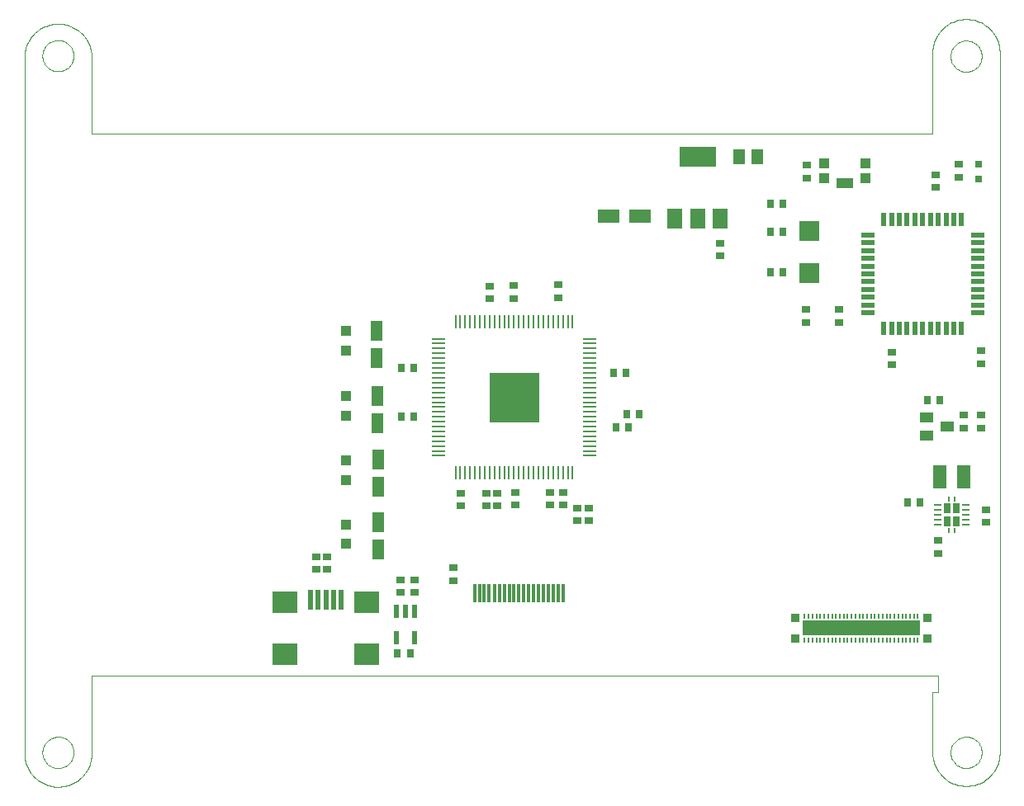
<source format=gtp>
G75*
G70*
%OFA0B0*%
%FSLAX24Y24*%
%IPPOS*%
%LPD*%
%AMOC8*
5,1,8,0,0,1.08239X$1,22.5*
%
%ADD10C,0.0000*%
%ADD11R,0.0098X0.0226*%
%ADD12R,0.0256X0.0404*%
%ADD13R,0.0270X0.0091*%
%ADD14C,0.0091*%
%ADD15R,0.0551X0.0945*%
%ADD16R,0.0276X0.0354*%
%ADD17R,0.0354X0.0276*%
%ADD18R,0.0551X0.0394*%
%ADD19R,0.0580X0.0110*%
%ADD20R,0.0110X0.0580*%
%ADD21R,0.2050X0.2050*%
%ADD22R,0.0394X0.0394*%
%ADD23R,0.0472X0.0787*%
%ADD24R,0.0091X0.0197*%
%ADD25R,0.0354X0.0362*%
%ADD26R,0.4724X0.0630*%
%ADD27R,0.0591X0.0787*%
%ADD28R,0.1496X0.0787*%
%ADD29R,0.0512X0.0591*%
%ADD30R,0.0118X0.0748*%
%ADD31R,0.0200X0.0580*%
%ADD32R,0.0580X0.0200*%
%ADD33R,0.0800X0.0800*%
%ADD34R,0.0315X0.0315*%
%ADD35R,0.0984X0.0866*%
%ADD36R,0.0197X0.0787*%
%ADD37R,0.0669X0.0394*%
%ADD38R,0.0866X0.0551*%
%ADD39R,0.0220X0.0520*%
D10*
X000504Y001489D02*
X000504Y029619D01*
X001232Y029639D02*
X001234Y029689D01*
X001240Y029739D01*
X001250Y029788D01*
X001264Y029836D01*
X001281Y029883D01*
X001302Y029928D01*
X001327Y029972D01*
X001355Y030013D01*
X001387Y030052D01*
X001421Y030089D01*
X001458Y030123D01*
X001498Y030153D01*
X001540Y030180D01*
X001584Y030204D01*
X001630Y030225D01*
X001677Y030241D01*
X001725Y030254D01*
X001775Y030263D01*
X001824Y030268D01*
X001875Y030269D01*
X001925Y030266D01*
X001974Y030259D01*
X002023Y030248D01*
X002071Y030233D01*
X002117Y030215D01*
X002162Y030193D01*
X002205Y030167D01*
X002246Y030138D01*
X002285Y030106D01*
X002321Y030071D01*
X002353Y030033D01*
X002383Y029993D01*
X002410Y029950D01*
X002433Y029906D01*
X002452Y029860D01*
X002468Y029812D01*
X002480Y029763D01*
X002488Y029714D01*
X002492Y029664D01*
X002492Y029614D01*
X002488Y029564D01*
X002480Y029515D01*
X002468Y029466D01*
X002452Y029418D01*
X002433Y029372D01*
X002410Y029328D01*
X002383Y029285D01*
X002353Y029245D01*
X002321Y029207D01*
X002285Y029172D01*
X002246Y029140D01*
X002205Y029111D01*
X002162Y029085D01*
X002117Y029063D01*
X002071Y029045D01*
X002023Y029030D01*
X001974Y029019D01*
X001925Y029012D01*
X001875Y029009D01*
X001824Y029010D01*
X001775Y029015D01*
X001725Y029024D01*
X001677Y029037D01*
X001630Y029053D01*
X001584Y029074D01*
X001540Y029098D01*
X001498Y029125D01*
X001458Y029155D01*
X001421Y029189D01*
X001387Y029226D01*
X001355Y029265D01*
X001327Y029306D01*
X001302Y029350D01*
X001281Y029395D01*
X001264Y029442D01*
X001250Y029490D01*
X001240Y029539D01*
X001234Y029589D01*
X001232Y029639D01*
X000504Y029619D02*
X000508Y029691D01*
X000517Y029763D01*
X000529Y029835D01*
X000545Y029905D01*
X000565Y029975D01*
X000588Y030043D01*
X000615Y030110D01*
X000646Y030176D01*
X000680Y030240D01*
X000717Y030302D01*
X000757Y030362D01*
X000801Y030419D01*
X000848Y030475D01*
X000897Y030527D01*
X000950Y030577D01*
X001005Y030624D01*
X001062Y030669D01*
X001122Y030710D01*
X001183Y030747D01*
X001247Y030782D01*
X001312Y030813D01*
X001379Y030840D01*
X001448Y030864D01*
X001517Y030884D01*
X001587Y030901D01*
X001659Y030914D01*
X001731Y030923D01*
X001803Y030928D01*
X001875Y030929D01*
X001947Y030926D01*
X002019Y030920D01*
X002091Y030910D01*
X002162Y030895D01*
X002232Y030878D01*
X002301Y030856D01*
X002369Y030831D01*
X002435Y030802D01*
X002500Y030770D01*
X002563Y030734D01*
X002624Y030695D01*
X002683Y030653D01*
X002739Y030608D01*
X002793Y030560D01*
X002845Y030509D01*
X002893Y030455D01*
X002939Y030399D01*
X002982Y030340D01*
X003021Y030280D01*
X003057Y030217D01*
X003090Y030153D01*
X003119Y030086D01*
X003145Y030019D01*
X003167Y029950D01*
X003185Y029880D01*
X003200Y029809D01*
X003211Y029737D01*
X003218Y029665D01*
X003221Y029593D01*
X003220Y029521D01*
X003220Y026489D01*
X037157Y026489D01*
X037157Y029757D01*
X037158Y029757D02*
X037160Y029829D01*
X037166Y029901D01*
X037175Y029973D01*
X037189Y030044D01*
X037206Y030114D01*
X037227Y030184D01*
X037251Y030252D01*
X037279Y030318D01*
X037311Y030383D01*
X037346Y030446D01*
X037384Y030508D01*
X037426Y030567D01*
X037471Y030624D01*
X037518Y030678D01*
X037569Y030730D01*
X037622Y030779D01*
X037677Y030825D01*
X037735Y030868D01*
X037796Y030908D01*
X037858Y030945D01*
X037922Y030978D01*
X037988Y031008D01*
X038055Y031034D01*
X038124Y031057D01*
X038194Y031076D01*
X038264Y031091D01*
X038336Y031103D01*
X038408Y031111D01*
X038480Y031115D01*
X038552Y031115D01*
X038624Y031111D01*
X038696Y031103D01*
X038768Y031091D01*
X038838Y031076D01*
X038908Y031057D01*
X038977Y031034D01*
X039044Y031008D01*
X039110Y030978D01*
X039174Y030945D01*
X039236Y030908D01*
X039297Y030868D01*
X039355Y030825D01*
X039410Y030779D01*
X039463Y030730D01*
X039514Y030678D01*
X039561Y030624D01*
X039606Y030567D01*
X039648Y030508D01*
X039686Y030446D01*
X039721Y030383D01*
X039753Y030318D01*
X039781Y030252D01*
X039805Y030184D01*
X039826Y030114D01*
X039843Y030044D01*
X039857Y029973D01*
X039866Y029901D01*
X039872Y029829D01*
X039874Y029757D01*
X039874Y001489D01*
X039872Y001417D01*
X039866Y001345D01*
X039857Y001273D01*
X039843Y001202D01*
X039826Y001132D01*
X039805Y001062D01*
X039781Y000994D01*
X039753Y000928D01*
X039721Y000863D01*
X039686Y000800D01*
X039648Y000738D01*
X039606Y000679D01*
X039561Y000622D01*
X039514Y000568D01*
X039463Y000516D01*
X039410Y000467D01*
X039355Y000421D01*
X039297Y000378D01*
X039236Y000338D01*
X039174Y000301D01*
X039110Y000268D01*
X039044Y000238D01*
X038977Y000212D01*
X038908Y000189D01*
X038838Y000170D01*
X038768Y000155D01*
X038696Y000143D01*
X038624Y000135D01*
X038552Y000131D01*
X038480Y000131D01*
X038408Y000135D01*
X038336Y000143D01*
X038264Y000155D01*
X038194Y000170D01*
X038124Y000189D01*
X038055Y000212D01*
X037988Y000238D01*
X037922Y000268D01*
X037858Y000301D01*
X037796Y000338D01*
X037735Y000378D01*
X037677Y000421D01*
X037622Y000467D01*
X037569Y000516D01*
X037518Y000568D01*
X037471Y000622D01*
X037426Y000679D01*
X037384Y000738D01*
X037346Y000800D01*
X037311Y000863D01*
X037279Y000928D01*
X037251Y000994D01*
X037227Y001062D01*
X037206Y001132D01*
X037189Y001202D01*
X037175Y001273D01*
X037166Y001345D01*
X037160Y001417D01*
X037158Y001489D01*
X037157Y001489D02*
X037157Y003911D01*
X037394Y003911D01*
X037394Y004600D01*
X003220Y004600D01*
X003220Y001430D01*
X003221Y001430D02*
X003217Y001358D01*
X003210Y001286D01*
X003199Y001215D01*
X003184Y001144D01*
X003165Y001074D01*
X003143Y001005D01*
X003117Y000938D01*
X003087Y000872D01*
X003054Y000807D01*
X003018Y000745D01*
X002978Y000684D01*
X002935Y000626D01*
X002889Y000570D01*
X002840Y000517D01*
X002789Y000466D01*
X002734Y000418D01*
X002678Y000373D01*
X002619Y000331D01*
X002558Y000293D01*
X002495Y000257D01*
X002430Y000225D01*
X002363Y000197D01*
X002295Y000172D01*
X002226Y000151D01*
X002156Y000133D01*
X002085Y000119D01*
X002013Y000109D01*
X001941Y000103D01*
X001869Y000101D01*
X001796Y000103D01*
X001724Y000108D01*
X001652Y000117D01*
X001581Y000130D01*
X001511Y000147D01*
X001441Y000168D01*
X001373Y000192D01*
X001307Y000220D01*
X001241Y000251D01*
X001178Y000286D01*
X001116Y000324D01*
X001057Y000365D01*
X001000Y000410D01*
X000945Y000457D01*
X000893Y000507D01*
X000844Y000560D01*
X000797Y000616D01*
X000754Y000673D01*
X000713Y000734D01*
X000676Y000796D01*
X000643Y000860D01*
X000613Y000925D01*
X000586Y000993D01*
X000563Y001061D01*
X000543Y001131D01*
X000528Y001202D01*
X000516Y001273D01*
X000508Y001345D01*
X000504Y001417D01*
X000503Y001490D01*
X001232Y001489D02*
X001234Y001539D01*
X001240Y001589D01*
X001250Y001638D01*
X001264Y001686D01*
X001281Y001733D01*
X001302Y001778D01*
X001327Y001822D01*
X001355Y001863D01*
X001387Y001902D01*
X001421Y001939D01*
X001458Y001973D01*
X001498Y002003D01*
X001540Y002030D01*
X001584Y002054D01*
X001630Y002075D01*
X001677Y002091D01*
X001725Y002104D01*
X001775Y002113D01*
X001824Y002118D01*
X001875Y002119D01*
X001925Y002116D01*
X001974Y002109D01*
X002023Y002098D01*
X002071Y002083D01*
X002117Y002065D01*
X002162Y002043D01*
X002205Y002017D01*
X002246Y001988D01*
X002285Y001956D01*
X002321Y001921D01*
X002353Y001883D01*
X002383Y001843D01*
X002410Y001800D01*
X002433Y001756D01*
X002452Y001710D01*
X002468Y001662D01*
X002480Y001613D01*
X002488Y001564D01*
X002492Y001514D01*
X002492Y001464D01*
X002488Y001414D01*
X002480Y001365D01*
X002468Y001316D01*
X002452Y001268D01*
X002433Y001222D01*
X002410Y001178D01*
X002383Y001135D01*
X002353Y001095D01*
X002321Y001057D01*
X002285Y001022D01*
X002246Y000990D01*
X002205Y000961D01*
X002162Y000935D01*
X002117Y000913D01*
X002071Y000895D01*
X002023Y000880D01*
X001974Y000869D01*
X001925Y000862D01*
X001875Y000859D01*
X001824Y000860D01*
X001775Y000865D01*
X001725Y000874D01*
X001677Y000887D01*
X001630Y000903D01*
X001584Y000924D01*
X001540Y000948D01*
X001498Y000975D01*
X001458Y001005D01*
X001421Y001039D01*
X001387Y001076D01*
X001355Y001115D01*
X001327Y001156D01*
X001302Y001200D01*
X001281Y001245D01*
X001264Y001292D01*
X001250Y001340D01*
X001240Y001389D01*
X001234Y001439D01*
X001232Y001489D01*
X037886Y001489D02*
X037888Y001539D01*
X037894Y001589D01*
X037904Y001638D01*
X037918Y001686D01*
X037935Y001733D01*
X037956Y001778D01*
X037981Y001822D01*
X038009Y001863D01*
X038041Y001902D01*
X038075Y001939D01*
X038112Y001973D01*
X038152Y002003D01*
X038194Y002030D01*
X038238Y002054D01*
X038284Y002075D01*
X038331Y002091D01*
X038379Y002104D01*
X038429Y002113D01*
X038478Y002118D01*
X038529Y002119D01*
X038579Y002116D01*
X038628Y002109D01*
X038677Y002098D01*
X038725Y002083D01*
X038771Y002065D01*
X038816Y002043D01*
X038859Y002017D01*
X038900Y001988D01*
X038939Y001956D01*
X038975Y001921D01*
X039007Y001883D01*
X039037Y001843D01*
X039064Y001800D01*
X039087Y001756D01*
X039106Y001710D01*
X039122Y001662D01*
X039134Y001613D01*
X039142Y001564D01*
X039146Y001514D01*
X039146Y001464D01*
X039142Y001414D01*
X039134Y001365D01*
X039122Y001316D01*
X039106Y001268D01*
X039087Y001222D01*
X039064Y001178D01*
X039037Y001135D01*
X039007Y001095D01*
X038975Y001057D01*
X038939Y001022D01*
X038900Y000990D01*
X038859Y000961D01*
X038816Y000935D01*
X038771Y000913D01*
X038725Y000895D01*
X038677Y000880D01*
X038628Y000869D01*
X038579Y000862D01*
X038529Y000859D01*
X038478Y000860D01*
X038429Y000865D01*
X038379Y000874D01*
X038331Y000887D01*
X038284Y000903D01*
X038238Y000924D01*
X038194Y000948D01*
X038152Y000975D01*
X038112Y001005D01*
X038075Y001039D01*
X038041Y001076D01*
X038009Y001115D01*
X037981Y001156D01*
X037956Y001200D01*
X037935Y001245D01*
X037918Y001292D01*
X037904Y001340D01*
X037894Y001389D01*
X037888Y001439D01*
X037886Y001489D01*
X037886Y029619D02*
X037888Y029669D01*
X037894Y029719D01*
X037904Y029768D01*
X037918Y029816D01*
X037935Y029863D01*
X037956Y029908D01*
X037981Y029952D01*
X038009Y029993D01*
X038041Y030032D01*
X038075Y030069D01*
X038112Y030103D01*
X038152Y030133D01*
X038194Y030160D01*
X038238Y030184D01*
X038284Y030205D01*
X038331Y030221D01*
X038379Y030234D01*
X038429Y030243D01*
X038478Y030248D01*
X038529Y030249D01*
X038579Y030246D01*
X038628Y030239D01*
X038677Y030228D01*
X038725Y030213D01*
X038771Y030195D01*
X038816Y030173D01*
X038859Y030147D01*
X038900Y030118D01*
X038939Y030086D01*
X038975Y030051D01*
X039007Y030013D01*
X039037Y029973D01*
X039064Y029930D01*
X039087Y029886D01*
X039106Y029840D01*
X039122Y029792D01*
X039134Y029743D01*
X039142Y029694D01*
X039146Y029644D01*
X039146Y029594D01*
X039142Y029544D01*
X039134Y029495D01*
X039122Y029446D01*
X039106Y029398D01*
X039087Y029352D01*
X039064Y029308D01*
X039037Y029265D01*
X039007Y029225D01*
X038975Y029187D01*
X038939Y029152D01*
X038900Y029120D01*
X038859Y029091D01*
X038816Y029065D01*
X038771Y029043D01*
X038725Y029025D01*
X038677Y029010D01*
X038628Y028999D01*
X038579Y028992D01*
X038529Y028989D01*
X038478Y028990D01*
X038429Y028995D01*
X038379Y029004D01*
X038331Y029017D01*
X038284Y029033D01*
X038238Y029054D01*
X038194Y029078D01*
X038152Y029105D01*
X038112Y029135D01*
X038075Y029169D01*
X038041Y029206D01*
X038009Y029245D01*
X037981Y029286D01*
X037956Y029330D01*
X037935Y029375D01*
X037918Y029422D01*
X037904Y029470D01*
X037894Y029519D01*
X037888Y029569D01*
X037886Y029619D01*
D11*
X037827Y011733D03*
X038044Y011733D03*
X038044Y010464D03*
X037827Y010464D03*
D12*
X037749Y010838D03*
X038123Y010838D03*
X038123Y011359D03*
X037749Y011359D03*
D13*
X037342Y011295D03*
X037342Y011098D03*
X037342Y010902D03*
X037342Y010705D03*
X037342Y011492D03*
X038529Y011492D03*
X038529Y011295D03*
X038529Y011098D03*
X038529Y010902D03*
X038529Y010705D03*
D14*
X038394Y010705D03*
X038394Y010902D03*
X038394Y011098D03*
X038394Y011295D03*
X038394Y011492D03*
X037477Y011492D03*
X037477Y011295D03*
X037477Y011098D03*
X037477Y010902D03*
X037477Y010705D03*
D15*
X037463Y012614D03*
X038408Y012614D03*
D16*
X036668Y011597D03*
X036156Y011597D03*
X036941Y015722D03*
X037453Y015722D03*
X031114Y020879D03*
X030602Y020879D03*
X030602Y022533D03*
X031114Y022533D03*
X031114Y023674D03*
X030602Y023674D03*
X024795Y016824D03*
X024283Y016824D03*
X024815Y015170D03*
X025327Y015170D03*
X024894Y014619D03*
X024382Y014619D03*
X016232Y015052D03*
X015720Y015052D03*
X015720Y017021D03*
X016232Y017021D03*
X016075Y005485D03*
X015563Y005485D03*
D17*
X015681Y007946D03*
X016252Y007946D03*
X016252Y008458D03*
X015681Y008458D03*
X017827Y008438D03*
X017827Y008950D03*
X018122Y011450D03*
X018122Y011962D03*
X019146Y011962D03*
X019598Y011962D03*
X019598Y011450D03*
X019146Y011450D03*
X020327Y011489D03*
X020327Y012001D03*
X021724Y012001D03*
X021724Y011489D03*
X022236Y011489D03*
X022807Y011371D03*
X023299Y011371D03*
X023299Y010859D03*
X022807Y010859D03*
X022236Y012001D03*
X012709Y009403D03*
X012276Y009403D03*
X012276Y008891D03*
X012709Y008891D03*
X019283Y019816D03*
X019283Y020328D03*
X020268Y020348D03*
X020268Y019836D03*
X022039Y019875D03*
X022039Y020387D03*
X028575Y021548D03*
X028575Y022060D03*
X032039Y019383D03*
X032039Y018871D03*
X033378Y018871D03*
X033378Y019383D03*
X035504Y017670D03*
X035504Y017159D03*
X038417Y015111D03*
X038417Y014600D03*
X039126Y014600D03*
X039126Y015111D03*
X039126Y017198D03*
X039126Y017710D03*
X039333Y011295D03*
X039333Y010783D03*
X037371Y010043D03*
X037371Y009531D03*
X037276Y024324D03*
X037276Y024836D03*
X038220Y024737D03*
X038220Y025249D03*
X032098Y025210D03*
X032098Y024698D03*
D18*
X036902Y015033D03*
X036902Y014285D03*
X037768Y014659D03*
D19*
X023308Y014660D03*
X023308Y014860D03*
X023308Y015050D03*
X023308Y015250D03*
X023308Y015450D03*
X023308Y015640D03*
X023308Y015840D03*
X023308Y016040D03*
X023308Y016230D03*
X023308Y016430D03*
X023308Y016630D03*
X023308Y016820D03*
X023308Y017020D03*
X023308Y017220D03*
X023308Y017410D03*
X023308Y017610D03*
X023308Y017810D03*
X023308Y018010D03*
X023308Y018200D03*
X023308Y014460D03*
X023308Y014270D03*
X023308Y014070D03*
X023308Y013870D03*
X023308Y013670D03*
X023308Y013480D03*
X017228Y013480D03*
X017228Y013670D03*
X017228Y013870D03*
X017228Y014070D03*
X017228Y014270D03*
X017228Y014460D03*
X017228Y014660D03*
X017228Y014860D03*
X017228Y015050D03*
X017228Y015250D03*
X017228Y015450D03*
X017228Y015640D03*
X017228Y015840D03*
X017228Y016040D03*
X017228Y016230D03*
X017228Y016430D03*
X017228Y016630D03*
X017228Y016820D03*
X017228Y017020D03*
X017228Y017220D03*
X017228Y017410D03*
X017228Y017610D03*
X017228Y017810D03*
X017228Y018010D03*
X017228Y018200D03*
D20*
X017908Y018880D03*
X018098Y018880D03*
X018298Y018880D03*
X018498Y018880D03*
X018698Y018880D03*
X018888Y018880D03*
X019088Y018880D03*
X019288Y018880D03*
X019478Y018880D03*
X019678Y018880D03*
X019878Y018880D03*
X020068Y018880D03*
X020268Y018880D03*
X020468Y018880D03*
X020658Y018880D03*
X020858Y018880D03*
X021058Y018880D03*
X021248Y018880D03*
X021448Y018880D03*
X021648Y018880D03*
X021838Y018880D03*
X022038Y018880D03*
X022238Y018880D03*
X022438Y018880D03*
X022628Y018880D03*
X022628Y012800D03*
X022438Y012800D03*
X022238Y012800D03*
X022038Y012800D03*
X021838Y012800D03*
X021648Y012800D03*
X021448Y012800D03*
X021248Y012800D03*
X021058Y012800D03*
X020858Y012800D03*
X020658Y012800D03*
X020468Y012800D03*
X020268Y012800D03*
X020068Y012800D03*
X019878Y012800D03*
X019678Y012800D03*
X019478Y012800D03*
X019288Y012800D03*
X019088Y012800D03*
X018888Y012800D03*
X018698Y012800D03*
X018498Y012800D03*
X018298Y012800D03*
X018098Y012800D03*
X017908Y012800D03*
D21*
X020278Y015820D03*
D22*
X013496Y015879D03*
X013496Y015092D03*
X013496Y013281D03*
X013496Y012493D03*
X013496Y010702D03*
X013496Y009914D03*
X013496Y017729D03*
X013496Y018517D03*
X032787Y024678D03*
X032787Y025308D03*
X034441Y025308D03*
X034441Y024678D03*
D23*
X014717Y018537D03*
X014717Y017434D03*
X014756Y015879D03*
X014756Y014777D03*
X014776Y013340D03*
X014776Y012237D03*
X014776Y010781D03*
X014776Y009678D03*
D24*
X032000Y006981D03*
X032157Y006981D03*
X032315Y006981D03*
X032472Y006981D03*
X032630Y006981D03*
X032787Y006981D03*
X032945Y006981D03*
X033102Y006981D03*
X033260Y006981D03*
X033417Y006981D03*
X033575Y006981D03*
X033732Y006981D03*
X033890Y006981D03*
X034047Y006981D03*
X034205Y006981D03*
X034362Y006981D03*
X034520Y006981D03*
X034677Y006981D03*
X034835Y006981D03*
X034992Y006981D03*
X035150Y006981D03*
X035307Y006981D03*
X035465Y006981D03*
X035622Y006981D03*
X035780Y006981D03*
X035937Y006981D03*
X036094Y006981D03*
X036252Y006981D03*
X036409Y006981D03*
X036567Y006981D03*
X036567Y006037D03*
X036409Y006037D03*
X036252Y006037D03*
X036094Y006037D03*
X035937Y006037D03*
X035780Y006037D03*
X035622Y006037D03*
X035465Y006037D03*
X035307Y006037D03*
X035150Y006037D03*
X034992Y006037D03*
X034835Y006037D03*
X034677Y006037D03*
X034520Y006037D03*
X034362Y006037D03*
X034205Y006037D03*
X034047Y006037D03*
X033890Y006037D03*
X033732Y006037D03*
X033575Y006037D03*
X033417Y006037D03*
X033260Y006037D03*
X033102Y006037D03*
X032945Y006037D03*
X032787Y006037D03*
X032630Y006037D03*
X032472Y006037D03*
X032315Y006037D03*
X032157Y006037D03*
X032000Y006037D03*
D25*
X031606Y006076D03*
X031606Y006942D03*
X036961Y006942D03*
X036961Y006076D03*
D26*
X034283Y006509D03*
D27*
X028575Y023064D03*
X027669Y023064D03*
X026764Y023064D03*
D28*
X027669Y025544D03*
D29*
X029343Y025544D03*
X030091Y025544D03*
D30*
X022236Y007911D03*
X022039Y007911D03*
X021843Y007911D03*
X021646Y007911D03*
X021449Y007911D03*
X021252Y007911D03*
X021055Y007911D03*
X020858Y007911D03*
X020661Y007911D03*
X020465Y007911D03*
X020268Y007911D03*
X020071Y007911D03*
X019874Y007911D03*
X019677Y007911D03*
X019480Y007911D03*
X019264Y007911D03*
X019067Y007911D03*
X018870Y007911D03*
X018673Y007911D03*
D31*
X035194Y018610D03*
X035504Y018610D03*
X035824Y018610D03*
X036134Y018610D03*
X036454Y018610D03*
X036764Y018610D03*
X037074Y018610D03*
X037394Y018610D03*
X037704Y018610D03*
X038024Y018610D03*
X038334Y018610D03*
X038334Y023030D03*
X038024Y023030D03*
X037704Y023030D03*
X037394Y023030D03*
X037074Y023030D03*
X036764Y023030D03*
X036454Y023030D03*
X036134Y023030D03*
X035824Y023030D03*
X035504Y023030D03*
X035194Y023030D03*
D32*
X034554Y022390D03*
X034554Y022080D03*
X034554Y021760D03*
X034554Y021450D03*
X034554Y021130D03*
X034554Y020820D03*
X034554Y020510D03*
X034554Y020190D03*
X034554Y019880D03*
X034554Y019560D03*
X034554Y019250D03*
X038974Y019250D03*
X038974Y019560D03*
X038974Y019880D03*
X038974Y020190D03*
X038974Y020510D03*
X038974Y020820D03*
X038974Y021130D03*
X038974Y021450D03*
X038974Y021760D03*
X038974Y022080D03*
X038974Y022390D03*
D33*
X032187Y022572D03*
X032187Y020872D03*
D34*
X039008Y024659D03*
X039008Y025249D03*
D35*
X014323Y007552D03*
X014323Y005466D03*
X011016Y005466D03*
X011016Y007552D03*
D36*
X012039Y007651D03*
X012354Y007651D03*
X012669Y007651D03*
X012984Y007651D03*
X013299Y007651D03*
D37*
X033614Y024481D03*
D38*
X025346Y023143D03*
X024087Y023143D03*
D39*
X016268Y007206D03*
X015898Y007206D03*
X015528Y007206D03*
X015528Y006126D03*
X016268Y006126D03*
M02*

</source>
